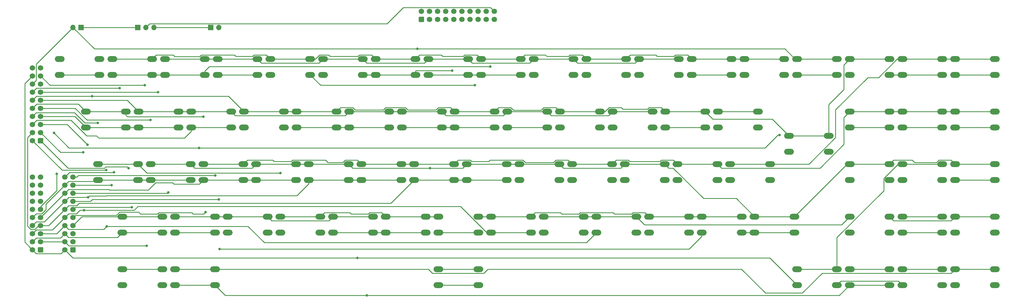
<source format=gtl>
G04 #@! TF.GenerationSoftware,KiCad,Pcbnew,(5.1.12)-1*
G04 #@! TF.CreationDate,2024-09-28T15:58:51+01:00*
G04 #@! TF.ProjectId,Keyboard,4b657962-6f61-4726-942e-6b696361645f,rev?*
G04 #@! TF.SameCoordinates,Original*
G04 #@! TF.FileFunction,Copper,L1,Top*
G04 #@! TF.FilePolarity,Positive*
%FSLAX46Y46*%
G04 Gerber Fmt 4.6, Leading zero omitted, Abs format (unit mm)*
G04 Created by KiCad (PCBNEW (5.1.12)-1) date 2024-09-28 15:58:51*
%MOMM*%
%LPD*%
G01*
G04 APERTURE LIST*
G04 #@! TA.AperFunction,ComponentPad*
%ADD10O,3.048000X1.850000*%
G04 #@! TD*
G04 #@! TA.AperFunction,ComponentPad*
%ADD11C,1.700000*%
G04 #@! TD*
G04 #@! TA.AperFunction,ComponentPad*
%ADD12O,1.700000X1.700000*%
G04 #@! TD*
G04 #@! TA.AperFunction,ComponentPad*
%ADD13R,1.700000X1.700000*%
G04 #@! TD*
G04 #@! TA.AperFunction,ViaPad*
%ADD14C,0.800000*%
G04 #@! TD*
G04 #@! TA.AperFunction,Conductor*
%ADD15C,0.250000*%
G04 #@! TD*
G04 APERTURE END LIST*
D10*
G04 #@! TO.P,SW59,2*
G04 #@! TO.N,Y8*
X108204000Y-110156000D03*
G04 #@! TO.P,SW59,1*
G04 #@! TO.N,X4*
X108204000Y-105156000D03*
G04 #@! TO.P,SW59,2*
G04 #@! TO.N,Y8*
X120704000Y-110156000D03*
G04 #@! TO.P,SW59,1*
G04 #@! TO.N,X4*
X120704000Y-105156000D03*
G04 #@! TD*
G04 #@! TO.P,SW22,2*
G04 #@! TO.N,Y3*
X268224000Y-143176000D03*
G04 #@! TO.P,SW22,1*
G04 #@! TO.N,X7*
X268224000Y-138176000D03*
G04 #@! TO.P,SW22,2*
G04 #@! TO.N,Y3*
X280724000Y-143176000D03*
G04 #@! TO.P,SW22,1*
G04 #@! TO.N,X7*
X280724000Y-138176000D03*
G04 #@! TD*
G04 #@! TO.P,SW121,2*
G04 #@! TO.N,Y3*
X284734000Y-143176000D03*
G04 #@! TO.P,SW121,1*
G04 #@! TO.N,X6*
X284734000Y-138176000D03*
G04 #@! TO.P,SW121,2*
G04 #@! TO.N,Y3*
X297234000Y-143176000D03*
G04 #@! TO.P,SW121,1*
G04 #@! TO.N,X6*
X297234000Y-138176000D03*
G04 #@! TD*
G04 #@! TO.P,SW79,2*
G04 #@! TO.N,Y10*
X298069000Y-93646000D03*
G04 #@! TO.P,SW79,1*
G04 #@! TO.N,X9*
X298069000Y-88646000D03*
G04 #@! TO.P,SW79,2*
G04 #@! TO.N,Y10*
X310569000Y-93646000D03*
G04 #@! TO.P,SW79,1*
G04 #@! TO.N,X9*
X310569000Y-88646000D03*
G04 #@! TD*
G04 #@! TO.P,SW71,2*
G04 #@! TO.N,Y9*
X103124000Y-143176000D03*
G04 #@! TO.P,SW71,1*
G04 #@! TO.N,X8*
X103124000Y-138176000D03*
G04 #@! TO.P,SW71,2*
G04 #@! TO.N,Y9*
X115624000Y-143176000D03*
G04 #@! TO.P,SW71,1*
G04 #@! TO.N,X8*
X115624000Y-138176000D03*
G04 #@! TD*
G04 #@! TO.P,SW70,2*
G04 #@! TO.N,Y9*
X78994000Y-126666000D03*
G04 #@! TO.P,SW70,1*
G04 #@! TO.N,X7*
X78994000Y-121666000D03*
G04 #@! TO.P,SW70,2*
G04 #@! TO.N,Y9*
X91494000Y-126666000D03*
G04 #@! TO.P,SW70,1*
G04 #@! TO.N,X7*
X91494000Y-121666000D03*
G04 #@! TD*
G04 #@! TO.P,SW69,2*
G04 #@! TO.N,Y9*
X95504000Y-126666000D03*
G04 #@! TO.P,SW69,1*
G04 #@! TO.N,X6*
X95504000Y-121666000D03*
G04 #@! TO.P,SW69,2*
G04 #@! TO.N,Y9*
X108004000Y-126666000D03*
G04 #@! TO.P,SW69,1*
G04 #@! TO.N,X6*
X108004000Y-121666000D03*
G04 #@! TD*
G04 #@! TO.P,SW68,2*
G04 #@! TO.N,Y9*
X75184000Y-110156000D03*
G04 #@! TO.P,SW68,1*
G04 #@! TO.N,X5*
X75184000Y-105156000D03*
G04 #@! TO.P,SW68,2*
G04 #@! TO.N,Y9*
X87684000Y-110156000D03*
G04 #@! TO.P,SW68,1*
G04 #@! TO.N,X5*
X87684000Y-105156000D03*
G04 #@! TD*
G04 #@! TO.P,SW67,2*
G04 #@! TO.N,Y9*
X91694000Y-110156000D03*
G04 #@! TO.P,SW67,1*
G04 #@! TO.N,X4*
X91694000Y-105156000D03*
G04 #@! TO.P,SW67,2*
G04 #@! TO.N,Y9*
X104194000Y-110156000D03*
G04 #@! TO.P,SW67,1*
G04 #@! TO.N,X4*
X104194000Y-105156000D03*
G04 #@! TD*
G04 #@! TO.P,SW66,2*
G04 #@! TO.N,Y9*
X66929000Y-93646000D03*
G04 #@! TO.P,SW66,1*
G04 #@! TO.N,X3*
X66929000Y-88646000D03*
G04 #@! TO.P,SW66,2*
G04 #@! TO.N,Y9*
X79429000Y-93646000D03*
G04 #@! TO.P,SW66,1*
G04 #@! TO.N,X3*
X79429000Y-88646000D03*
G04 #@! TD*
G04 #@! TO.P,SW65,2*
G04 #@! TO.N,Y9*
X99949000Y-93646000D03*
G04 #@! TO.P,SW65,1*
G04 #@! TO.N,X2*
X99949000Y-88646000D03*
G04 #@! TO.P,SW65,2*
G04 #@! TO.N,Y9*
X112449000Y-93646000D03*
G04 #@! TO.P,SW65,1*
G04 #@! TO.N,X2*
X112449000Y-88646000D03*
G04 #@! TD*
G04 #@! TO.P,SW64,2*
G04 #@! TO.N,Y9*
X83439000Y-93646000D03*
G04 #@! TO.P,SW64,1*
G04 #@! TO.N,X1*
X83439000Y-88646000D03*
G04 #@! TO.P,SW64,2*
G04 #@! TO.N,Y9*
X95939000Y-93646000D03*
G04 #@! TO.P,SW64,1*
G04 #@! TO.N,X1*
X95939000Y-88646000D03*
G04 #@! TD*
G04 #@! TO.P,SW63,2*
G04 #@! TO.N,Y8*
X119634000Y-143176000D03*
G04 #@! TO.P,SW63,1*
G04 #@! TO.N,X8*
X119634000Y-138176000D03*
G04 #@! TO.P,SW63,2*
G04 #@! TO.N,Y8*
X132134000Y-143176000D03*
G04 #@! TO.P,SW63,1*
G04 #@! TO.N,X8*
X132134000Y-138176000D03*
G04 #@! TD*
G04 #@! TO.P,SW62,2*
G04 #@! TO.N,Y8*
X136144000Y-143176000D03*
G04 #@! TO.P,SW62,1*
G04 #@! TO.N,X7*
X136144000Y-138176000D03*
G04 #@! TO.P,SW62,2*
G04 #@! TO.N,Y8*
X148644000Y-143176000D03*
G04 #@! TO.P,SW62,1*
G04 #@! TO.N,X7*
X148644000Y-138176000D03*
G04 #@! TD*
G04 #@! TO.P,SW61,2*
G04 #@! TO.N,Y8*
X128524000Y-126666000D03*
G04 #@! TO.P,SW61,1*
G04 #@! TO.N,X6*
X128524000Y-121666000D03*
G04 #@! TO.P,SW61,2*
G04 #@! TO.N,Y8*
X141024000Y-126666000D03*
G04 #@! TO.P,SW61,1*
G04 #@! TO.N,X6*
X141024000Y-121666000D03*
G04 #@! TD*
G04 #@! TO.P,SW60,2*
G04 #@! TO.N,Y8*
X112014000Y-126666000D03*
G04 #@! TO.P,SW60,1*
G04 #@! TO.N,X5*
X112014000Y-121666000D03*
G04 #@! TO.P,SW60,2*
G04 #@! TO.N,Y8*
X124514000Y-126666000D03*
G04 #@! TO.P,SW60,1*
G04 #@! TO.N,X5*
X124514000Y-121666000D03*
G04 #@! TD*
G04 #@! TO.P,SW58,2*
G04 #@! TO.N,Y8*
X124714000Y-110156000D03*
G04 #@! TO.P,SW58,1*
G04 #@! TO.N,X3*
X124714000Y-105156000D03*
G04 #@! TO.P,SW58,2*
G04 #@! TO.N,Y8*
X137214000Y-110156000D03*
G04 #@! TO.P,SW58,1*
G04 #@! TO.N,X3*
X137214000Y-105156000D03*
G04 #@! TD*
G04 #@! TO.P,SW57,2*
G04 #@! TO.N,Y8*
X116459000Y-93646000D03*
G04 #@! TO.P,SW57,1*
G04 #@! TO.N,X2*
X116459000Y-88646000D03*
G04 #@! TO.P,SW57,2*
G04 #@! TO.N,Y8*
X128959000Y-93646000D03*
G04 #@! TO.P,SW57,1*
G04 #@! TO.N,X2*
X128959000Y-88646000D03*
G04 #@! TD*
G04 #@! TO.P,SW56,2*
G04 #@! TO.N,Y8*
X132969000Y-93646000D03*
G04 #@! TO.P,SW56,1*
G04 #@! TO.N,X1*
X132969000Y-88646000D03*
G04 #@! TO.P,SW56,2*
G04 #@! TO.N,Y8*
X145469000Y-93646000D03*
G04 #@! TO.P,SW56,1*
G04 #@! TO.N,X1*
X145469000Y-88646000D03*
G04 #@! TD*
G04 #@! TO.P,SW55,2*
G04 #@! TO.N,Y7*
X152654000Y-143176000D03*
G04 #@! TO.P,SW55,1*
G04 #@! TO.N,X8*
X152654000Y-138176000D03*
G04 #@! TO.P,SW55,2*
G04 #@! TO.N,Y7*
X165154000Y-143176000D03*
G04 #@! TO.P,SW55,1*
G04 #@! TO.N,X8*
X165154000Y-138176000D03*
G04 #@! TD*
G04 #@! TO.P,SW54,2*
G04 #@! TO.N,Y7*
X169164000Y-143176000D03*
G04 #@! TO.P,SW54,1*
G04 #@! TO.N,X7*
X169164000Y-138176000D03*
G04 #@! TO.P,SW54,2*
G04 #@! TO.N,Y7*
X181664000Y-143176000D03*
G04 #@! TO.P,SW54,1*
G04 #@! TO.N,X7*
X181664000Y-138176000D03*
G04 #@! TD*
G04 #@! TO.P,SW53,2*
G04 #@! TO.N,Y7*
X145034000Y-126666000D03*
G04 #@! TO.P,SW53,1*
G04 #@! TO.N,X6*
X145034000Y-121666000D03*
G04 #@! TO.P,SW53,2*
G04 #@! TO.N,Y7*
X157534000Y-126666000D03*
G04 #@! TO.P,SW53,1*
G04 #@! TO.N,X6*
X157534000Y-121666000D03*
G04 #@! TD*
G04 #@! TO.P,SW52,2*
G04 #@! TO.N,Y7*
X161544000Y-126666000D03*
G04 #@! TO.P,SW52,1*
G04 #@! TO.N,X5*
X161544000Y-121666000D03*
G04 #@! TO.P,SW52,2*
G04 #@! TO.N,Y7*
X174044000Y-126666000D03*
G04 #@! TO.P,SW52,1*
G04 #@! TO.N,X5*
X174044000Y-121666000D03*
G04 #@! TD*
G04 #@! TO.P,SW51,2*
G04 #@! TO.N,Y7*
X157734000Y-110156000D03*
G04 #@! TO.P,SW51,1*
G04 #@! TO.N,X4*
X157734000Y-105156000D03*
G04 #@! TO.P,SW51,2*
G04 #@! TO.N,Y7*
X170234000Y-110156000D03*
G04 #@! TO.P,SW51,1*
G04 #@! TO.N,X4*
X170234000Y-105156000D03*
G04 #@! TD*
G04 #@! TO.P,SW50,2*
G04 #@! TO.N,Y7*
X141224000Y-110156000D03*
G04 #@! TO.P,SW50,1*
G04 #@! TO.N,X3*
X141224000Y-105156000D03*
G04 #@! TO.P,SW50,2*
G04 #@! TO.N,Y7*
X153724000Y-110156000D03*
G04 #@! TO.P,SW50,1*
G04 #@! TO.N,X3*
X153724000Y-105156000D03*
G04 #@! TD*
G04 #@! TO.P,SW49,2*
G04 #@! TO.N,Y7*
X149479000Y-93646000D03*
G04 #@! TO.P,SW49,1*
G04 #@! TO.N,X2*
X149479000Y-88646000D03*
G04 #@! TO.P,SW49,2*
G04 #@! TO.N,Y7*
X161979000Y-93646000D03*
G04 #@! TO.P,SW49,1*
G04 #@! TO.N,X2*
X161979000Y-88646000D03*
G04 #@! TD*
G04 #@! TO.P,SW48,2*
G04 #@! TO.N,Y7*
X165989000Y-93646000D03*
G04 #@! TO.P,SW48,1*
G04 #@! TO.N,X1*
X165989000Y-88646000D03*
G04 #@! TO.P,SW48,2*
G04 #@! TO.N,Y7*
X178489000Y-93646000D03*
G04 #@! TO.P,SW48,1*
G04 #@! TO.N,X1*
X178489000Y-88646000D03*
G04 #@! TD*
G04 #@! TO.P,SW47,2*
G04 #@! TO.N,Y6*
X185674000Y-159686000D03*
G04 #@! TO.P,SW47,1*
G04 #@! TO.N,X8*
X185674000Y-154686000D03*
G04 #@! TO.P,SW47,2*
G04 #@! TO.N,Y6*
X198174000Y-159686000D03*
G04 #@! TO.P,SW47,1*
G04 #@! TO.N,X8*
X198174000Y-154686000D03*
G04 #@! TD*
G04 #@! TO.P,SW46,2*
G04 #@! TO.N,Y6*
X185674000Y-143176000D03*
G04 #@! TO.P,SW46,1*
G04 #@! TO.N,X7*
X185674000Y-138176000D03*
G04 #@! TO.P,SW46,2*
G04 #@! TO.N,Y6*
X198174000Y-143176000D03*
G04 #@! TO.P,SW46,1*
G04 #@! TO.N,X7*
X198174000Y-138176000D03*
G04 #@! TD*
G04 #@! TO.P,SW45,2*
G04 #@! TO.N,Y6*
X194564000Y-126666000D03*
G04 #@! TO.P,SW45,1*
G04 #@! TO.N,X6*
X194564000Y-121666000D03*
G04 #@! TO.P,SW45,2*
G04 #@! TO.N,Y6*
X207064000Y-126666000D03*
G04 #@! TO.P,SW45,1*
G04 #@! TO.N,X6*
X207064000Y-121666000D03*
G04 #@! TD*
G04 #@! TO.P,SW44,2*
G04 #@! TO.N,Y6*
X178054000Y-126666000D03*
G04 #@! TO.P,SW44,1*
G04 #@! TO.N,X5*
X178054000Y-121666000D03*
G04 #@! TO.P,SW44,2*
G04 #@! TO.N,Y6*
X190554000Y-126666000D03*
G04 #@! TO.P,SW44,1*
G04 #@! TO.N,X5*
X190554000Y-121666000D03*
G04 #@! TD*
G04 #@! TO.P,SW43,2*
G04 #@! TO.N,Y6*
X174244000Y-110156000D03*
G04 #@! TO.P,SW43,1*
G04 #@! TO.N,X4*
X174244000Y-105156000D03*
G04 #@! TO.P,SW43,2*
G04 #@! TO.N,Y6*
X186744000Y-110156000D03*
G04 #@! TO.P,SW43,1*
G04 #@! TO.N,X4*
X186744000Y-105156000D03*
G04 #@! TD*
G04 #@! TO.P,SW42,2*
G04 #@! TO.N,Y6*
X190754000Y-110156000D03*
G04 #@! TO.P,SW42,1*
G04 #@! TO.N,X3*
X190754000Y-105156000D03*
G04 #@! TO.P,SW42,2*
G04 #@! TO.N,Y6*
X203254000Y-110156000D03*
G04 #@! TO.P,SW42,1*
G04 #@! TO.N,X3*
X203254000Y-105156000D03*
G04 #@! TD*
G04 #@! TO.P,SW41,2*
G04 #@! TO.N,Y6*
X182499000Y-93646000D03*
G04 #@! TO.P,SW41,1*
G04 #@! TO.N,X2*
X182499000Y-88646000D03*
G04 #@! TO.P,SW41,2*
G04 #@! TO.N,Y6*
X194999000Y-93646000D03*
G04 #@! TO.P,SW41,1*
G04 #@! TO.N,X2*
X194999000Y-88646000D03*
G04 #@! TD*
G04 #@! TO.P,SW40,2*
G04 #@! TO.N,Y6*
X199009000Y-93646000D03*
G04 #@! TO.P,SW40,1*
G04 #@! TO.N,X1*
X199009000Y-88646000D03*
G04 #@! TO.P,SW40,2*
G04 #@! TO.N,Y6*
X211509000Y-93646000D03*
G04 #@! TO.P,SW40,1*
G04 #@! TO.N,X1*
X211509000Y-88646000D03*
G04 #@! TD*
G04 #@! TO.P,SW39,2*
G04 #@! TO.N,Y5*
X218694000Y-143176000D03*
G04 #@! TO.P,SW39,1*
G04 #@! TO.N,X8*
X218694000Y-138176000D03*
G04 #@! TO.P,SW39,2*
G04 #@! TO.N,Y5*
X231194000Y-143176000D03*
G04 #@! TO.P,SW39,1*
G04 #@! TO.N,X8*
X231194000Y-138176000D03*
G04 #@! TD*
G04 #@! TO.P,SW38,2*
G04 #@! TO.N,Y5*
X202184000Y-143176000D03*
G04 #@! TO.P,SW38,1*
G04 #@! TO.N,X7*
X202184000Y-138176000D03*
G04 #@! TO.P,SW38,2*
G04 #@! TO.N,Y5*
X214684000Y-143176000D03*
G04 #@! TO.P,SW38,1*
G04 #@! TO.N,X7*
X214684000Y-138176000D03*
G04 #@! TD*
G04 #@! TO.P,SW37,2*
G04 #@! TO.N,Y5*
X211074000Y-126666000D03*
G04 #@! TO.P,SW37,1*
G04 #@! TO.N,X6*
X211074000Y-121666000D03*
G04 #@! TO.P,SW37,2*
G04 #@! TO.N,Y5*
X223574000Y-126666000D03*
G04 #@! TO.P,SW37,1*
G04 #@! TO.N,X6*
X223574000Y-121666000D03*
G04 #@! TD*
G04 #@! TO.P,SW36,2*
G04 #@! TO.N,Y5*
X227584000Y-126666000D03*
G04 #@! TO.P,SW36,1*
G04 #@! TO.N,X5*
X227584000Y-121666000D03*
G04 #@! TO.P,SW36,2*
G04 #@! TO.N,Y5*
X240084000Y-126666000D03*
G04 #@! TO.P,SW36,1*
G04 #@! TO.N,X5*
X240084000Y-121666000D03*
G04 #@! TD*
G04 #@! TO.P,SW35,2*
G04 #@! TO.N,Y5*
X207264000Y-110156000D03*
G04 #@! TO.P,SW35,1*
G04 #@! TO.N,X4*
X207264000Y-105156000D03*
G04 #@! TO.P,SW35,2*
G04 #@! TO.N,Y5*
X219764000Y-110156000D03*
G04 #@! TO.P,SW35,1*
G04 #@! TO.N,X4*
X219764000Y-105156000D03*
G04 #@! TD*
G04 #@! TO.P,SW34,2*
G04 #@! TO.N,Y5*
X223774000Y-110156000D03*
G04 #@! TO.P,SW34,1*
G04 #@! TO.N,X3*
X223774000Y-105156000D03*
G04 #@! TO.P,SW34,2*
G04 #@! TO.N,Y5*
X236274000Y-110156000D03*
G04 #@! TO.P,SW34,1*
G04 #@! TO.N,X3*
X236274000Y-105156000D03*
G04 #@! TD*
G04 #@! TO.P,SW33,2*
G04 #@! TO.N,Y5*
X215519000Y-93646000D03*
G04 #@! TO.P,SW33,1*
G04 #@! TO.N,X2*
X215519000Y-88646000D03*
G04 #@! TO.P,SW33,2*
G04 #@! TO.N,Y5*
X228019000Y-93646000D03*
G04 #@! TO.P,SW33,1*
G04 #@! TO.N,X2*
X228019000Y-88646000D03*
G04 #@! TD*
G04 #@! TO.P,SW32,2*
G04 #@! TO.N,Y5*
X232029000Y-93646000D03*
G04 #@! TO.P,SW32,1*
G04 #@! TO.N,X1*
X232029000Y-88646000D03*
G04 #@! TO.P,SW32,2*
G04 #@! TO.N,Y5*
X244529000Y-93646000D03*
G04 #@! TO.P,SW32,1*
G04 #@! TO.N,X1*
X244529000Y-88646000D03*
G04 #@! TD*
G04 #@! TO.P,SW31,2*
G04 #@! TO.N,Y4*
X235204000Y-143176000D03*
G04 #@! TO.P,SW31,1*
G04 #@! TO.N,X8*
X235204000Y-138176000D03*
G04 #@! TO.P,SW31,2*
G04 #@! TO.N,Y4*
X247704000Y-143176000D03*
G04 #@! TO.P,SW31,1*
G04 #@! TO.N,X8*
X247704000Y-138176000D03*
G04 #@! TD*
G04 #@! TO.P,SW30,2*
G04 #@! TO.N,Y4*
X251714000Y-143176000D03*
G04 #@! TO.P,SW30,1*
G04 #@! TO.N,X7*
X251714000Y-138176000D03*
G04 #@! TO.P,SW30,2*
G04 #@! TO.N,Y4*
X264214000Y-143176000D03*
G04 #@! TO.P,SW30,1*
G04 #@! TO.N,X7*
X264214000Y-138176000D03*
G04 #@! TD*
G04 #@! TO.P,SW29,2*
G04 #@! TO.N,Y4*
X244094000Y-126666000D03*
G04 #@! TO.P,SW29,1*
G04 #@! TO.N,X6*
X244094000Y-121666000D03*
G04 #@! TO.P,SW29,2*
G04 #@! TO.N,Y4*
X256594000Y-126666000D03*
G04 #@! TO.P,SW29,1*
G04 #@! TO.N,X6*
X256594000Y-121666000D03*
G04 #@! TD*
G04 #@! TO.P,SW28,2*
G04 #@! TO.N,Y4*
X260604000Y-126666000D03*
G04 #@! TO.P,SW28,1*
G04 #@! TO.N,X5*
X260604000Y-121666000D03*
G04 #@! TO.P,SW28,2*
G04 #@! TO.N,Y4*
X273104000Y-126666000D03*
G04 #@! TO.P,SW28,1*
G04 #@! TO.N,X5*
X273104000Y-121666000D03*
G04 #@! TD*
G04 #@! TO.P,SW27,2*
G04 #@! TO.N,Y4*
X240284000Y-110156000D03*
G04 #@! TO.P,SW27,1*
G04 #@! TO.N,X4*
X240284000Y-105156000D03*
G04 #@! TO.P,SW27,2*
G04 #@! TO.N,Y4*
X252784000Y-110156000D03*
G04 #@! TO.P,SW27,1*
G04 #@! TO.N,X4*
X252784000Y-105156000D03*
G04 #@! TD*
G04 #@! TO.P,SW26,2*
G04 #@! TO.N,Y4*
X256794000Y-110156000D03*
G04 #@! TO.P,SW26,1*
G04 #@! TO.N,X3*
X256794000Y-105156000D03*
G04 #@! TO.P,SW26,2*
G04 #@! TO.N,Y4*
X269294000Y-110156000D03*
G04 #@! TO.P,SW26,1*
G04 #@! TO.N,X3*
X269294000Y-105156000D03*
G04 #@! TD*
G04 #@! TO.P,SW25,2*
G04 #@! TO.N,Y4*
X248539000Y-93646000D03*
G04 #@! TO.P,SW25,1*
G04 #@! TO.N,X2*
X248539000Y-88646000D03*
G04 #@! TO.P,SW25,2*
G04 #@! TO.N,Y4*
X261039000Y-93646000D03*
G04 #@! TO.P,SW25,1*
G04 #@! TO.N,X2*
X261039000Y-88646000D03*
G04 #@! TD*
G04 #@! TO.P,SW24,2*
G04 #@! TO.N,Y4*
X265049000Y-93646000D03*
G04 #@! TO.P,SW24,1*
G04 #@! TO.N,X1*
X265049000Y-88646000D03*
G04 #@! TO.P,SW24,2*
G04 #@! TO.N,Y4*
X277549000Y-93646000D03*
G04 #@! TO.P,SW24,1*
G04 #@! TO.N,X1*
X277549000Y-88646000D03*
G04 #@! TD*
G04 #@! TO.P,SW23,2*
G04 #@! TO.N,Y3*
X86614000Y-159686000D03*
G04 #@! TO.P,SW23,1*
G04 #@! TO.N,X8*
X86614000Y-154686000D03*
G04 #@! TO.P,SW23,2*
G04 #@! TO.N,Y3*
X99114000Y-159686000D03*
G04 #@! TO.P,SW23,1*
G04 #@! TO.N,X8*
X99114000Y-154686000D03*
G04 #@! TD*
G04 #@! TO.P,SW21,2*
G04 #@! TO.N,Y3*
X86614000Y-143176000D03*
G04 #@! TO.P,SW21,1*
G04 #@! TO.N,X6*
X86614000Y-138176000D03*
G04 #@! TO.P,SW21,2*
G04 #@! TO.N,Y3*
X99114000Y-143176000D03*
G04 #@! TO.P,SW21,1*
G04 #@! TO.N,X6*
X99114000Y-138176000D03*
G04 #@! TD*
G04 #@! TO.P,SW20,2*
G04 #@! TO.N,Y3*
X314579000Y-110156000D03*
G04 #@! TO.P,SW20,1*
G04 #@! TO.N,X5*
X314579000Y-105156000D03*
G04 #@! TO.P,SW20,2*
G04 #@! TO.N,Y3*
X327079000Y-110156000D03*
G04 #@! TO.P,SW20,1*
G04 #@! TO.N,X5*
X327079000Y-105156000D03*
G04 #@! TD*
G04 #@! TO.P,SW19,2*
G04 #@! TO.N,Y3*
X277114000Y-126666000D03*
G04 #@! TO.P,SW19,1*
G04 #@! TO.N,X4*
X277114000Y-121666000D03*
G04 #@! TO.P,SW19,2*
G04 #@! TO.N,Y3*
X289614000Y-126666000D03*
G04 #@! TO.P,SW19,1*
G04 #@! TO.N,X4*
X289614000Y-121666000D03*
G04 #@! TD*
G04 #@! TO.P,SW18,2*
G04 #@! TO.N,Y3*
X295529000Y-117776000D03*
G04 #@! TO.P,SW18,1*
G04 #@! TO.N,X3*
X295529000Y-112776000D03*
G04 #@! TO.P,SW18,2*
G04 #@! TO.N,Y3*
X308029000Y-117776000D03*
G04 #@! TO.P,SW18,1*
G04 #@! TO.N,X3*
X308029000Y-112776000D03*
G04 #@! TD*
G04 #@! TO.P,SW17,2*
G04 #@! TO.N,Y3*
X273304000Y-110156000D03*
G04 #@! TO.P,SW17,1*
G04 #@! TO.N,X2*
X273304000Y-105156000D03*
G04 #@! TO.P,SW17,2*
G04 #@! TO.N,Y3*
X285804000Y-110156000D03*
G04 #@! TO.P,SW17,1*
G04 #@! TO.N,X2*
X285804000Y-105156000D03*
G04 #@! TD*
G04 #@! TO.P,SW16,2*
G04 #@! TO.N,Y3*
X281559000Y-93646000D03*
G04 #@! TO.P,SW16,1*
G04 #@! TO.N,X1*
X281559000Y-88646000D03*
G04 #@! TO.P,SW16,2*
G04 #@! TO.N,Y3*
X294059000Y-93646000D03*
G04 #@! TO.P,SW16,1*
G04 #@! TO.N,X1*
X294059000Y-88646000D03*
G04 #@! TD*
G04 #@! TO.P,SW15,2*
G04 #@! TO.N,Y2*
X314579000Y-143176000D03*
G04 #@! TO.P,SW15,1*
G04 #@! TO.N,X8*
X314579000Y-138176000D03*
G04 #@! TO.P,SW15,2*
G04 #@! TO.N,Y2*
X327079000Y-143176000D03*
G04 #@! TO.P,SW15,1*
G04 #@! TO.N,X8*
X327079000Y-138176000D03*
G04 #@! TD*
G04 #@! TO.P,SW14,2*
G04 #@! TO.N,Y2*
X331089000Y-126666000D03*
G04 #@! TO.P,SW14,1*
G04 #@! TO.N,X7*
X331089000Y-121666000D03*
G04 #@! TO.P,SW14,2*
G04 #@! TO.N,Y2*
X343589000Y-126666000D03*
G04 #@! TO.P,SW14,1*
G04 #@! TO.N,X7*
X343589000Y-121666000D03*
G04 #@! TD*
G04 #@! TO.P,SW13,2*
G04 #@! TO.N,Y2*
X314579000Y-126666000D03*
G04 #@! TO.P,SW13,1*
G04 #@! TO.N,X6*
X314579000Y-121666000D03*
G04 #@! TO.P,SW13,2*
G04 #@! TO.N,Y2*
X327079000Y-126666000D03*
G04 #@! TO.P,SW13,1*
G04 #@! TO.N,X6*
X327079000Y-121666000D03*
G04 #@! TD*
G04 #@! TO.P,SW12,2*
G04 #@! TO.N,Y2*
X331089000Y-110156000D03*
G04 #@! TO.P,SW12,1*
G04 #@! TO.N,X5*
X331089000Y-105156000D03*
G04 #@! TO.P,SW12,2*
G04 #@! TO.N,Y2*
X343589000Y-110156000D03*
G04 #@! TO.P,SW12,1*
G04 #@! TO.N,X5*
X343589000Y-105156000D03*
G04 #@! TD*
G04 #@! TO.P,SW11,2*
G04 #@! TO.N,Y2*
X331089000Y-93646000D03*
G04 #@! TO.P,SW11,1*
G04 #@! TO.N,X4*
X331089000Y-88646000D03*
G04 #@! TO.P,SW11,2*
G04 #@! TO.N,Y2*
X343589000Y-93646000D03*
G04 #@! TO.P,SW11,1*
G04 #@! TO.N,X4*
X343589000Y-88646000D03*
G04 #@! TD*
G04 #@! TO.P,SW10,2*
G04 #@! TO.N,Y2*
X314579000Y-93646000D03*
G04 #@! TO.P,SW10,1*
G04 #@! TO.N,X3*
X314579000Y-88646000D03*
G04 #@! TO.P,SW10,2*
G04 #@! TO.N,Y2*
X327079000Y-93646000D03*
G04 #@! TO.P,SW10,1*
G04 #@! TO.N,X3*
X327079000Y-88646000D03*
G04 #@! TD*
G04 #@! TO.P,SW9,2*
G04 #@! TO.N,Y2*
X103124000Y-159686000D03*
G04 #@! TO.P,SW9,1*
G04 #@! TO.N,X2*
X103124000Y-154686000D03*
G04 #@! TO.P,SW9,2*
G04 #@! TO.N,Y2*
X115624000Y-159686000D03*
G04 #@! TO.P,SW9,1*
G04 #@! TO.N,X2*
X115624000Y-154686000D03*
G04 #@! TD*
G04 #@! TO.P,SW8,2*
G04 #@! TO.N,Y2*
X314579000Y-159686000D03*
G04 #@! TO.P,SW8,1*
G04 #@! TO.N,X1*
X314579000Y-154686000D03*
G04 #@! TO.P,SW8,2*
G04 #@! TO.N,Y2*
X327079000Y-159686000D03*
G04 #@! TO.P,SW8,1*
G04 #@! TO.N,X1*
X327079000Y-154686000D03*
G04 #@! TD*
G04 #@! TO.P,SW7,2*
G04 #@! TO.N,Y1*
X347599000Y-143176000D03*
G04 #@! TO.P,SW7,1*
G04 #@! TO.N,X8*
X347599000Y-138176000D03*
G04 #@! TO.P,SW7,2*
G04 #@! TO.N,Y1*
X360099000Y-143176000D03*
G04 #@! TO.P,SW7,1*
G04 #@! TO.N,X8*
X360099000Y-138176000D03*
G04 #@! TD*
G04 #@! TO.P,SW6,2*
G04 #@! TO.N,Y1*
X298069000Y-159686000D03*
G04 #@! TO.P,SW6,1*
G04 #@! TO.N,X7*
X298069000Y-154686000D03*
G04 #@! TO.P,SW6,2*
G04 #@! TO.N,Y1*
X310569000Y-159686000D03*
G04 #@! TO.P,SW6,1*
G04 #@! TO.N,X7*
X310569000Y-154686000D03*
G04 #@! TD*
G04 #@! TO.P,SW5,2*
G04 #@! TO.N,Y1*
X347599000Y-126666000D03*
G04 #@! TO.P,SW5,1*
G04 #@! TO.N,X6*
X347599000Y-121666000D03*
G04 #@! TO.P,SW5,2*
G04 #@! TO.N,Y1*
X360099000Y-126666000D03*
G04 #@! TO.P,SW5,1*
G04 #@! TO.N,X6*
X360099000Y-121666000D03*
G04 #@! TD*
G04 #@! TO.P,SW4,2*
G04 #@! TO.N,Y1*
X347599000Y-110156000D03*
G04 #@! TO.P,SW4,1*
G04 #@! TO.N,X5*
X347599000Y-105156000D03*
G04 #@! TO.P,SW4,2*
G04 #@! TO.N,Y1*
X360099000Y-110156000D03*
G04 #@! TO.P,SW4,1*
G04 #@! TO.N,X5*
X360099000Y-105156000D03*
G04 #@! TD*
G04 #@! TO.P,SW3,2*
G04 #@! TO.N,Y1*
X347599000Y-93646000D03*
G04 #@! TO.P,SW3,1*
G04 #@! TO.N,X4*
X347599000Y-88646000D03*
G04 #@! TO.P,SW3,2*
G04 #@! TO.N,Y1*
X360099000Y-93646000D03*
G04 #@! TO.P,SW3,1*
G04 #@! TO.N,X4*
X360099000Y-88646000D03*
G04 #@! TD*
G04 #@! TO.P,SW2,2*
G04 #@! TO.N,Y1*
X331089000Y-159686000D03*
G04 #@! TO.P,SW2,1*
G04 #@! TO.N,X3*
X331089000Y-154686000D03*
G04 #@! TO.P,SW2,2*
G04 #@! TO.N,Y1*
X343589000Y-159686000D03*
G04 #@! TO.P,SW2,1*
G04 #@! TO.N,X3*
X343589000Y-154686000D03*
G04 #@! TD*
G04 #@! TO.P,SW1,2*
G04 #@! TO.N,Y1*
X347599000Y-159686000D03*
G04 #@! TO.P,SW1,1*
G04 #@! TO.N,X2*
X347599000Y-154686000D03*
G04 #@! TO.P,SW1,2*
G04 #@! TO.N,Y1*
X360099000Y-159686000D03*
G04 #@! TO.P,SW1,1*
G04 #@! TO.N,X2*
X360099000Y-154686000D03*
G04 #@! TD*
G04 #@! TO.P,SW0,2*
G04 #@! TO.N,Y1*
X331089000Y-143176000D03*
G04 #@! TO.P,SW0,1*
G04 #@! TO.N,X1*
X331089000Y-138176000D03*
G04 #@! TO.P,SW0,2*
G04 #@! TO.N,Y1*
X343589000Y-143176000D03*
G04 #@! TO.P,SW0,1*
G04 #@! TO.N,X1*
X343589000Y-138176000D03*
G04 #@! TD*
D11*
G04 #@! TO.P,J1,20*
G04 #@! TO.N,Net-(J1-Pad20)*
X68580000Y-125730000D03*
G04 #@! TO.P,J1,18*
G04 #@! TO.N,Y9*
X68580000Y-128270000D03*
G04 #@! TO.P,J1,16*
G04 #@! TO.N,Y8*
X68580000Y-130810000D03*
G04 #@! TO.P,J1,14*
G04 #@! TO.N,Y7*
X68580000Y-133350000D03*
G04 #@! TO.P,J1,12*
G04 #@! TO.N,Y6*
X68580000Y-135890000D03*
G04 #@! TO.P,J1,10*
G04 #@! TO.N,Y5*
X68580000Y-138430000D03*
G04 #@! TO.P,J1,8*
G04 #@! TO.N,Y4*
X68580000Y-140970000D03*
G04 #@! TO.P,J1,6*
G04 #@! TO.N,Y3*
X68580000Y-143510000D03*
G04 #@! TO.P,J1,4*
G04 #@! TO.N,Y2*
X68580000Y-146050000D03*
G04 #@! TO.P,J1,2*
G04 #@! TO.N,Y1*
X68580000Y-148590000D03*
G04 #@! TO.P,J1,19*
G04 #@! TO.N,Net-(J1-Pad19)*
X71120000Y-125730000D03*
G04 #@! TO.P,J1,17*
G04 #@! TO.N,X1*
X71120000Y-128270000D03*
G04 #@! TO.P,J1,15*
G04 #@! TO.N,X2*
X71120000Y-130810000D03*
G04 #@! TO.P,J1,13*
G04 #@! TO.N,X3*
X71120000Y-133350000D03*
G04 #@! TO.P,J1,11*
G04 #@! TO.N,X4*
X71120000Y-135890000D03*
G04 #@! TO.P,J1,9*
G04 #@! TO.N,X5*
X71120000Y-138430000D03*
G04 #@! TO.P,J1,7*
G04 #@! TO.N,X6*
X71120000Y-140970000D03*
G04 #@! TO.P,J1,5*
G04 #@! TO.N,X7*
X71120000Y-143510000D03*
G04 #@! TO.P,J1,3*
G04 #@! TO.N,X9*
X71120000Y-146050000D03*
G04 #@! TO.P,J1,1*
G04 #@! TO.N,Net-(J1-Pad1)*
G04 #@! TA.AperFunction,ComponentPad*
G36*
G01*
X71970000Y-147990000D02*
X71970000Y-149190000D01*
G75*
G02*
X71720000Y-149440000I-250000J0D01*
G01*
X70520000Y-149440000D01*
G75*
G02*
X70270000Y-149190000I0J250000D01*
G01*
X70270000Y-147990000D01*
G75*
G02*
X70520000Y-147740000I250000J0D01*
G01*
X71720000Y-147740000D01*
G75*
G02*
X71970000Y-147990000I0J-250000D01*
G01*
G37*
G04 #@! TD.AperFunction*
G04 #@! TD*
G04 #@! TO.P,J4,20*
G04 #@! TO.N,Net-(J4-Pad20)*
X58420000Y-91440000D03*
G04 #@! TO.P,J4,18*
G04 #@! TO.N,Y1*
X58420000Y-93980000D03*
G04 #@! TO.P,J4,16*
G04 #@! TO.N,X9*
X58420000Y-96520000D03*
G04 #@! TO.P,J4,14*
G04 #@! TO.N,X1*
X58420000Y-99060000D03*
G04 #@! TO.P,J4,12*
G04 #@! TO.N,X3*
X58420000Y-101600000D03*
G04 #@! TO.P,J4,10*
G04 #@! TO.N,X5*
X58420000Y-104140000D03*
G04 #@! TO.P,J4,8*
G04 #@! TO.N,X7*
X58420000Y-106680000D03*
G04 #@! TO.P,J4,6*
G04 #@! TO.N,Y8*
X58420000Y-109220000D03*
G04 #@! TO.P,J4,4*
G04 #@! TO.N,Y6*
X58420000Y-111760000D03*
G04 #@! TO.P,J4,2*
G04 #@! TO.N,Y4*
X58420000Y-114300000D03*
G04 #@! TO.P,J4,19*
G04 #@! TO.N,X8*
X60960000Y-91440000D03*
G04 #@! TO.P,J4,17*
G04 #@! TO.N,Y2*
X60960000Y-93980000D03*
G04 #@! TO.P,J4,15*
G04 #@! TO.N,Y10*
X60960000Y-96520000D03*
G04 #@! TO.P,J4,13*
G04 #@! TO.N,X2*
X60960000Y-99060000D03*
G04 #@! TO.P,J4,11*
G04 #@! TO.N,X4*
X60960000Y-101600000D03*
G04 #@! TO.P,J4,9*
G04 #@! TO.N,X6*
X60960000Y-104140000D03*
G04 #@! TO.P,J4,7*
G04 #@! TO.N,Y9*
X60960000Y-106680000D03*
G04 #@! TO.P,J4,5*
G04 #@! TO.N,Y7*
X60960000Y-109220000D03*
G04 #@! TO.P,J4,3*
G04 #@! TO.N,Y5*
X60960000Y-111760000D03*
G04 #@! TO.P,J4,1*
G04 #@! TO.N,Y3*
G04 #@! TA.AperFunction,ComponentPad*
G36*
G01*
X61810000Y-113700000D02*
X61810000Y-114900000D01*
G75*
G02*
X61560000Y-115150000I-250000J0D01*
G01*
X60360000Y-115150000D01*
G75*
G02*
X60110000Y-114900000I0J250000D01*
G01*
X60110000Y-113700000D01*
G75*
G02*
X60360000Y-113450000I250000J0D01*
G01*
X61560000Y-113450000D01*
G75*
G02*
X61810000Y-113700000I0J-250000D01*
G01*
G37*
G04 #@! TD.AperFunction*
G04 #@! TD*
G04 #@! TO.P,J3,20*
G04 #@! TO.N,X9*
X58420000Y-125730000D03*
G04 #@! TO.P,J3,18*
G04 #@! TO.N,X1*
X58420000Y-128270000D03*
G04 #@! TO.P,J3,16*
G04 #@! TO.N,X3*
X58420000Y-130810000D03*
G04 #@! TO.P,J3,14*
G04 #@! TO.N,X5*
X58420000Y-133350000D03*
G04 #@! TO.P,J3,12*
G04 #@! TO.N,X7*
X58420000Y-135890000D03*
G04 #@! TO.P,J3,10*
G04 #@! TO.N,Y9*
X58420000Y-138430000D03*
G04 #@! TO.P,J3,8*
G04 #@! TO.N,Y7*
X58420000Y-140970000D03*
G04 #@! TO.P,J3,6*
G04 #@! TO.N,Y5*
X58420000Y-143510000D03*
G04 #@! TO.P,J3,4*
G04 #@! TO.N,Y3*
X58420000Y-146050000D03*
G04 #@! TO.P,J3,2*
G04 #@! TO.N,Y1*
X58420000Y-148590000D03*
G04 #@! TO.P,J3,19*
G04 #@! TO.N,Y10*
X60960000Y-125730000D03*
G04 #@! TO.P,J3,17*
G04 #@! TO.N,X2*
X60960000Y-128270000D03*
G04 #@! TO.P,J3,15*
G04 #@! TO.N,X4*
X60960000Y-130810000D03*
G04 #@! TO.P,J3,13*
G04 #@! TO.N,X6*
X60960000Y-133350000D03*
G04 #@! TO.P,J3,11*
G04 #@! TO.N,X8*
X60960000Y-135890000D03*
G04 #@! TO.P,J3,9*
G04 #@! TO.N,Y8*
X60960000Y-138430000D03*
G04 #@! TO.P,J3,7*
G04 #@! TO.N,Y6*
X60960000Y-140970000D03*
G04 #@! TO.P,J3,5*
G04 #@! TO.N,Y4*
X60960000Y-143510000D03*
G04 #@! TO.P,J3,3*
G04 #@! TO.N,Y2*
X60960000Y-146050000D03*
G04 #@! TO.P,J3,1*
G04 #@! TO.N,Net-(J3-Pad1)*
G04 #@! TA.AperFunction,ComponentPad*
G36*
G01*
X61810000Y-147990000D02*
X61810000Y-149190000D01*
G75*
G02*
X61560000Y-149440000I-250000J0D01*
G01*
X60360000Y-149440000D01*
G75*
G02*
X60110000Y-149190000I0J250000D01*
G01*
X60110000Y-147990000D01*
G75*
G02*
X60360000Y-147740000I250000J0D01*
G01*
X61560000Y-147740000D01*
G75*
G02*
X61810000Y-147990000I0J-250000D01*
G01*
G37*
G04 #@! TD.AperFunction*
G04 #@! TD*
G04 #@! TO.P,J2,20*
G04 #@! TO.N,Net-(J1-Pad20)*
X203200000Y-73660000D03*
G04 #@! TO.P,J2,18*
G04 #@! TO.N,Y9*
X200660000Y-73660000D03*
G04 #@! TO.P,J2,16*
G04 #@! TO.N,Y8*
X198120000Y-73660000D03*
G04 #@! TO.P,J2,14*
G04 #@! TO.N,Y7*
X195580000Y-73660000D03*
G04 #@! TO.P,J2,12*
G04 #@! TO.N,Y6*
X193040000Y-73660000D03*
G04 #@! TO.P,J2,10*
G04 #@! TO.N,Y5*
X190500000Y-73660000D03*
G04 #@! TO.P,J2,8*
G04 #@! TO.N,Y4*
X187960000Y-73660000D03*
G04 #@! TO.P,J2,6*
G04 #@! TO.N,Y3*
X185420000Y-73660000D03*
G04 #@! TO.P,J2,4*
G04 #@! TO.N,Y2*
X182880000Y-73660000D03*
G04 #@! TO.P,J2,2*
G04 #@! TO.N,Y1*
X180340000Y-73660000D03*
G04 #@! TO.P,J2,19*
G04 #@! TO.N,Net-(J2-Pad19)*
X203200000Y-76200000D03*
G04 #@! TO.P,J2,17*
G04 #@! TO.N,X1*
X200660000Y-76200000D03*
G04 #@! TO.P,J2,15*
G04 #@! TO.N,X2*
X198120000Y-76200000D03*
G04 #@! TO.P,J2,13*
G04 #@! TO.N,X3*
X195580000Y-76200000D03*
G04 #@! TO.P,J2,11*
G04 #@! TO.N,X4*
X193040000Y-76200000D03*
G04 #@! TO.P,J2,9*
G04 #@! TO.N,X5*
X190500000Y-76200000D03*
G04 #@! TO.P,J2,7*
G04 #@! TO.N,X6*
X187960000Y-76200000D03*
G04 #@! TO.P,J2,5*
G04 #@! TO.N,X7*
X185420000Y-76200000D03*
G04 #@! TO.P,J2,3*
G04 #@! TO.N,X9*
X182880000Y-76200000D03*
G04 #@! TO.P,J2,1*
G04 #@! TO.N,Net-(J2-Pad1)*
G04 #@! TA.AperFunction,ComponentPad*
G36*
G01*
X180940000Y-77050000D02*
X179740000Y-77050000D01*
G75*
G02*
X179490000Y-76800000I0J250000D01*
G01*
X179490000Y-75600000D01*
G75*
G02*
X179740000Y-75350000I250000J0D01*
G01*
X180940000Y-75350000D01*
G75*
G02*
X181190000Y-75600000I0J-250000D01*
G01*
X181190000Y-76800000D01*
G75*
G02*
X180940000Y-77050000I-250000J0D01*
G01*
G37*
G04 #@! TD.AperFunction*
G04 #@! TD*
D12*
G04 #@! TO.P,JP2,2*
G04 #@! TO.N,Net-(J1-Pad19)*
X116840000Y-78740000D03*
D13*
G04 #@! TO.P,JP2,1*
G04 #@! TO.N,Y10*
X114300000Y-78740000D03*
G04 #@! TD*
D12*
G04 #@! TO.P,JP1,3*
G04 #@! TO.N,Y10*
X96520000Y-78740000D03*
G04 #@! TO.P,JP1,2*
G04 #@! TO.N,Net-(J1-Pad20)*
X93980000Y-78740000D03*
D13*
G04 #@! TO.P,JP1,1*
G04 #@! TO.N,X8*
X91440000Y-78740000D03*
G04 #@! TD*
D12*
G04 #@! TO.P,JP3,2*
G04 #@! TO.N,X9*
X71120000Y-78740000D03*
D13*
G04 #@! TO.P,JP3,1*
G04 #@! TO.N,X8*
X73660000Y-78740000D03*
G04 #@! TD*
D14*
G04 #@! TO.N,Y10*
X292608000Y-112522000D03*
X110617000Y-116586000D03*
X65151000Y-111887000D03*
G04 #@! TO.N,Y9*
X201930000Y-91059000D03*
G04 #@! TO.N,Y8*
X197104000Y-96900998D03*
G04 #@! TO.N,Y7*
X189992000Y-92329000D03*
X75819000Y-132080000D03*
X75692000Y-115570000D03*
G04 #@! TO.N,Y5*
X74549002Y-136143998D03*
X74295000Y-117983000D03*
G04 #@! TO.N,Y4*
X81661004Y-141224000D03*
X81534000Y-123571000D03*
G04 #@! TO.N,Y3*
X117093998Y-148336000D03*
X88519000Y-122936000D03*
G04 #@! TO.N,Y2*
X93599000Y-96900998D03*
X94234000Y-147320000D03*
X163195000Y-162941000D03*
G04 #@! TO.N,X9*
X179070000Y-85471000D03*
G04 #@! TO.N,X8*
X66040000Y-124714000D03*
G04 #@! TO.N,X7*
X136144000Y-124460000D03*
X78866998Y-108712000D03*
G04 #@! TO.N,X6*
X95377000Y-107823000D03*
X183026992Y-122916010D03*
G04 #@! TO.N,X5*
X112014000Y-106807000D03*
X112648998Y-136779000D03*
G04 #@! TO.N,X4*
X89535000Y-135255000D03*
G04 #@! TO.N,X3*
X77089000Y-100329998D03*
X116776500Y-132778500D03*
G04 #@! TO.N,X2*
X97789996Y-99060000D03*
X100965000Y-130556000D03*
G04 #@! TO.N,X1*
X85725000Y-97790000D03*
X83185000Y-128270002D03*
G04 #@! TO.N,Y1*
X160274000Y-151130000D03*
G04 #@! TO.N,Net-(J1-Pad20)*
X83947000Y-124206000D03*
G04 #@! TO.N,Net-(J1-Pad19)*
X115697000Y-125222000D03*
G04 #@! TD*
D15*
G04 #@! TO.N,Y10*
X298069000Y-93646000D02*
X310569000Y-93646000D01*
X287978315Y-116586000D02*
X292042315Y-112522000D01*
X292042315Y-112522000D02*
X292608000Y-112522000D01*
X212090000Y-116586000D02*
X287978315Y-116586000D01*
X114300000Y-78740000D02*
X96520000Y-78740000D01*
X110617000Y-116586000D02*
X212090000Y-116586000D01*
X110617000Y-116586000D02*
X69850000Y-116586000D01*
X69850000Y-116586000D02*
X65151000Y-111887000D01*
G04 #@! TO.N,Y9*
X108004000Y-126666000D02*
X95504000Y-126666000D01*
X78565001Y-127094999D02*
X78994000Y-126666000D01*
X68580000Y-128270000D02*
X69755001Y-127094999D01*
X95504000Y-126666000D02*
X91494000Y-126666000D01*
X71708000Y-106680000D02*
X75184000Y-110156000D01*
X60960000Y-106680000D02*
X71708000Y-106680000D01*
X91694000Y-110156000D02*
X104194000Y-110156000D01*
X66929000Y-93646000D02*
X79429000Y-93646000D01*
X95939000Y-93646000D02*
X83439000Y-93646000D01*
X99949000Y-93646000D02*
X112449000Y-93646000D01*
X91694000Y-110156000D02*
X87684000Y-110156000D01*
X69755001Y-127094999D02*
X78565001Y-127094999D01*
X99949000Y-93646000D02*
X95939000Y-93646000D01*
X115624000Y-143176000D02*
X103124000Y-143176000D01*
X75184000Y-110156000D02*
X87684000Y-110156000D01*
X112449000Y-93646000D02*
X112449000Y-92471000D01*
X113861000Y-91059000D02*
X201930000Y-91059000D01*
X112449000Y-92471000D02*
X113861000Y-91059000D01*
X91494000Y-126666000D02*
X78994000Y-126666000D01*
X62611000Y-135978002D02*
X62611000Y-134239000D01*
X61334003Y-137254999D02*
X62611000Y-135978002D01*
X59595001Y-137254999D02*
X61334003Y-137254999D01*
X58420000Y-138430000D02*
X59595001Y-137254999D01*
X68580000Y-128270000D02*
X62611000Y-134239000D01*
G04 #@! TO.N,Y8*
X112014000Y-126666000D02*
X141024000Y-126666000D01*
X120704000Y-110156000D02*
X108204000Y-110156000D01*
X60960000Y-138430000D02*
X68580000Y-130810000D01*
X68580000Y-130810000D02*
X69755001Y-129634999D01*
X112014000Y-126666000D02*
X124514000Y-126666000D01*
X148723998Y-96900998D02*
X145469000Y-93646000D01*
X197104000Y-96900998D02*
X148723998Y-96900998D01*
X82534003Y-129841001D02*
X82328001Y-129634999D01*
X94695780Y-129841001D02*
X82534003Y-129841001D01*
X97045782Y-127490999D02*
X94695780Y-129841001D01*
X110763990Y-127916010D02*
X102743012Y-127916010D01*
X112014000Y-126666000D02*
X110763990Y-127916010D01*
X102318001Y-127490999D02*
X97045782Y-127490999D01*
X102743012Y-127916010D02*
X102318001Y-127490999D01*
X69755001Y-129634999D02*
X82328001Y-129634999D01*
X108204000Y-111331000D02*
X106033999Y-113501001D01*
X108204000Y-110156000D02*
X108204000Y-111331000D01*
X78484792Y-112774792D02*
X79211001Y-113501001D01*
X75436011Y-112774792D02*
X78484792Y-112774792D01*
X70516220Y-107855001D02*
X75436011Y-112774792D01*
X59784999Y-107855001D02*
X70516220Y-107855001D01*
X58420000Y-109220000D02*
X59784999Y-107855001D01*
X106033999Y-113501001D02*
X79211001Y-113501001D01*
X128959000Y-93646000D02*
X116459000Y-93646000D01*
G04 #@! TO.N,Y7*
X145034000Y-126666000D02*
X174044000Y-126666000D01*
X181664000Y-143176000D02*
X169164000Y-143176000D01*
X62135001Y-139794999D02*
X68580000Y-133350000D01*
X59595001Y-139794999D02*
X62135001Y-139794999D01*
X58420000Y-140970000D02*
X59595001Y-139794999D01*
X178489000Y-93646000D02*
X165989000Y-93646000D01*
X174044000Y-126666000D02*
X161544000Y-126666000D01*
X170234000Y-110156000D02*
X157734000Y-110156000D01*
X157734000Y-110156000D02*
X153724000Y-110156000D01*
X153724000Y-110156000D02*
X141224000Y-110156000D01*
X169164000Y-143176000D02*
X165154000Y-143176000D01*
X165154000Y-143176000D02*
X152654000Y-143176000D01*
X165989000Y-93646000D02*
X161979000Y-93646000D01*
X68580000Y-133350000D02*
X69850000Y-132080000D01*
X178489000Y-93646000D02*
X178489000Y-92471000D01*
X178631000Y-92329000D02*
X189992000Y-92329000D01*
X178489000Y-92471000D02*
X178631000Y-92329000D01*
X69850000Y-132080000D02*
X75819000Y-132080000D01*
X76218999Y-131680001D02*
X75819000Y-132080000D01*
X81624002Y-131608998D02*
X81552999Y-131680001D01*
X141266002Y-131608998D02*
X81624002Y-131608998D01*
X81552999Y-131680001D02*
X76218999Y-131680001D01*
X145034000Y-127841000D02*
X141266002Y-131608998D01*
X145034000Y-126666000D02*
X145034000Y-127841000D01*
X60960000Y-109220000D02*
X69342000Y-109220000D01*
X69342000Y-109220000D02*
X75692000Y-115570000D01*
G04 #@! TO.N,Y6*
X178054000Y-126666000D02*
X194564000Y-126666000D01*
X63500000Y-140970000D02*
X68580000Y-135890000D01*
X60960000Y-140970000D02*
X63500000Y-140970000D01*
X211509000Y-93646000D02*
X199009000Y-93646000D01*
X199009000Y-93646000D02*
X194999000Y-93646000D01*
X194999000Y-93646000D02*
X182499000Y-93646000D01*
X203254000Y-110156000D02*
X190754000Y-110156000D01*
X190754000Y-110156000D02*
X186744000Y-110156000D01*
X186744000Y-110156000D02*
X174244000Y-110156000D01*
X207064000Y-126666000D02*
X194564000Y-126666000D01*
X190554000Y-126666000D02*
X178054000Y-126666000D01*
X198174000Y-143176000D02*
X185674000Y-143176000D01*
X198174000Y-159686000D02*
X185674000Y-159686000D01*
X69755001Y-134714999D02*
X68580000Y-135890000D01*
X72295001Y-134714999D02*
X69755001Y-134714999D01*
X73025000Y-133985000D02*
X72295001Y-134714999D01*
X170735000Y-133985000D02*
X73025000Y-133985000D01*
X178054000Y-126666000D02*
X170735000Y-133985000D01*
X60323590Y-140970000D02*
X60960000Y-140970000D01*
X59148589Y-142145001D02*
X60323590Y-140970000D01*
X57855999Y-142145001D02*
X59148589Y-142145001D01*
X56896000Y-141185002D02*
X57855999Y-142145001D01*
X56896000Y-113284000D02*
X56896000Y-141185002D01*
X58420000Y-111760000D02*
X56896000Y-113284000D01*
G04 #@! TO.N,Y5*
X202184000Y-143176000D02*
X214684000Y-143176000D01*
X64675001Y-142334999D02*
X59595001Y-142334999D01*
X59595001Y-142334999D02*
X58420000Y-143510000D01*
X68580000Y-138430000D02*
X64675001Y-142334999D01*
X207264000Y-110156000D02*
X219764000Y-110156000D01*
X68580000Y-138430000D02*
X69755001Y-137254999D01*
X73279002Y-136143998D02*
X72168001Y-137254999D01*
X69755001Y-137254999D02*
X72168001Y-137254999D01*
X74549002Y-136143998D02*
X73279002Y-136143998D01*
X90297002Y-136143998D02*
X74549002Y-136143998D01*
X91440000Y-135001000D02*
X90297002Y-136143998D01*
X192632219Y-135001000D02*
X91440000Y-135001000D01*
X200807219Y-143176000D02*
X192632219Y-135001000D01*
X202184000Y-143176000D02*
X200807219Y-143176000D01*
X60960000Y-111760000D02*
X67183000Y-117983000D01*
X67183000Y-117983000D02*
X74295000Y-117983000D01*
G04 #@! TO.N,Y4*
X269294000Y-110156000D02*
X256794000Y-110156000D01*
X277549000Y-93646000D02*
X265049000Y-93646000D01*
X66040000Y-143510000D02*
X68580000Y-140970000D01*
X60960000Y-143510000D02*
X66040000Y-143510000D01*
X68580000Y-140970000D02*
X69755001Y-142145001D01*
X80740003Y-142145001D02*
X81661004Y-141224000D01*
X69755001Y-142145001D02*
X80740003Y-142145001D01*
X235204000Y-143176000D02*
X232028999Y-146351001D01*
X232028999Y-146351001D02*
X131111001Y-146351001D01*
X131111001Y-146351001D02*
X125984000Y-141224000D01*
X125984000Y-141224000D02*
X81661004Y-141224000D01*
X58420000Y-114300000D02*
X67691000Y-123571000D01*
X67691000Y-123571000D02*
X81534000Y-123571000D01*
G04 #@! TO.N,Y3*
X327079000Y-110156000D02*
X314579000Y-110156000D01*
X284734000Y-143176000D02*
X280724000Y-143176000D01*
X297234000Y-143176000D02*
X294466000Y-143176000D01*
X294466000Y-143176000D02*
X284734000Y-143176000D01*
X86614000Y-143176000D02*
X99114000Y-143176000D01*
X69755001Y-144685001D02*
X68580000Y-143510000D01*
X85104999Y-144685001D02*
X69755001Y-144685001D01*
X86614000Y-143176000D02*
X85104999Y-144685001D01*
X59595001Y-144874999D02*
X58420000Y-146050000D01*
X67215001Y-144874999D02*
X59595001Y-144874999D01*
X68580000Y-143510000D02*
X67215001Y-144874999D01*
X264239000Y-148336000D02*
X117093998Y-148336000D01*
X268224000Y-143176000D02*
X268224000Y-144351000D01*
X268224000Y-144351000D02*
X264239000Y-148336000D01*
X88119001Y-122536001D02*
X88519000Y-122936000D01*
X80968996Y-122936000D02*
X81368995Y-122536001D01*
X69596000Y-122936000D02*
X80968996Y-122936000D01*
X81368995Y-122536001D02*
X88119001Y-122536001D01*
X60960000Y-114300000D02*
X69596000Y-122936000D01*
G04 #@! TO.N,Y2*
X327079000Y-93646000D02*
X331089000Y-93646000D01*
X331089000Y-93646000D02*
X343589000Y-93646000D01*
X103124000Y-159686000D02*
X115624000Y-159686000D01*
X343589000Y-110156000D02*
X331089000Y-110156000D01*
X68580000Y-146050000D02*
X60960000Y-146050000D01*
X60960000Y-93980000D02*
X60833000Y-94107000D01*
X63880998Y-96900998D02*
X60960000Y-93980000D01*
X93599000Y-96900998D02*
X63880998Y-96900998D01*
X69850000Y-147320000D02*
X94234000Y-147320000D01*
X68580000Y-146050000D02*
X69850000Y-147320000D01*
X311324000Y-162941000D02*
X163195000Y-162941000D01*
X314579000Y-159686000D02*
X311324000Y-162941000D01*
X314579000Y-159686000D02*
X327079000Y-159686000D01*
X118879000Y-162941000D02*
X115624000Y-159686000D01*
X163195000Y-162941000D02*
X118879000Y-162941000D01*
G04 #@! TO.N,X9*
X310569000Y-88646000D02*
X298069000Y-88646000D01*
X294257590Y-85471000D02*
X297750795Y-88964205D01*
X58420000Y-96520000D02*
X59595001Y-95344999D01*
X59595001Y-90264999D02*
X59595001Y-91980001D01*
X71120000Y-78740000D02*
X59595001Y-90264999D01*
X59595001Y-95344999D02*
X59595001Y-91980001D01*
X77851000Y-85471000D02*
X80391000Y-85471000D01*
X71120000Y-78740000D02*
X77851000Y-85471000D01*
X179070000Y-85471000D02*
X294257590Y-85471000D01*
X80391000Y-85471000D02*
X179070000Y-85471000D01*
G04 #@! TO.N,X8*
X360099000Y-138176000D02*
X347599000Y-138176000D01*
X247704000Y-138176000D02*
X235204000Y-138176000D01*
X231194000Y-138176000D02*
X218694000Y-138176000D01*
X165154000Y-138176000D02*
X152654000Y-138176000D01*
X132134000Y-138176000D02*
X103124000Y-138176000D01*
X231194000Y-138176000D02*
X235204000Y-138176000D01*
X346348990Y-139426010D02*
X347599000Y-138176000D01*
X328329010Y-139426010D02*
X346348990Y-139426010D01*
X327079000Y-138176000D02*
X328329010Y-139426010D01*
X151403990Y-139426010D02*
X152654000Y-138176000D01*
X133384010Y-139426010D02*
X151403990Y-139426010D01*
X132134000Y-138176000D02*
X133384010Y-139426010D01*
X186944000Y-154686000D02*
X199444000Y-154686000D01*
X312039000Y-140716000D02*
X314579000Y-138176000D01*
X250244000Y-140716000D02*
X254508000Y-140716000D01*
X247704000Y-138176000D02*
X250244000Y-140716000D01*
X254508000Y-140716000D02*
X312039000Y-140716000D01*
X99114000Y-154686000D02*
X86614000Y-154686000D01*
X60960000Y-91440000D02*
X61087000Y-91567000D01*
X61087000Y-91567000D02*
X61341000Y-91821000D01*
X91440000Y-78740000D02*
X73660000Y-78740000D01*
X60960000Y-135890000D02*
X60960000Y-135089002D01*
X60960000Y-135089002D02*
X66040000Y-130009002D01*
X66040000Y-130009002D02*
X66040000Y-124714000D01*
G04 #@! TO.N,X7*
X310569000Y-154686000D02*
X298069000Y-154686000D01*
X264214000Y-138176000D02*
X251714000Y-138176000D01*
X264214000Y-138176000D02*
X268224000Y-138176000D01*
X214684000Y-138176000D02*
X202184000Y-138176000D01*
X91494000Y-121666000D02*
X78994000Y-121666000D01*
X148644000Y-138176000D02*
X136144000Y-138176000D01*
X343589000Y-121666000D02*
X331089000Y-121666000D01*
X202184000Y-138176000D02*
X198174000Y-138176000D01*
X280724000Y-138176000D02*
X268224000Y-138176000D01*
X185674000Y-138176000D02*
X181664000Y-138176000D01*
X181664000Y-138176000D02*
X169164000Y-138176000D01*
X91494000Y-121666000D02*
X94288000Y-124460000D01*
X94288000Y-124460000D02*
X136144000Y-124460000D01*
X58420000Y-106680000D02*
X59595001Y-105504999D01*
X59595001Y-105504999D02*
X71595999Y-105504999D01*
X71595999Y-105504999D02*
X74803000Y-108712000D01*
X74803000Y-108712000D02*
X78866998Y-108712000D01*
X164037229Y-136925990D02*
X167913990Y-136925990D01*
X167913990Y-136925990D02*
X169164000Y-138176000D01*
X163612218Y-137351001D02*
X164037229Y-136925990D01*
X158339999Y-137351001D02*
X163612218Y-137351001D01*
X157914988Y-136925990D02*
X158339999Y-137351001D01*
X149894010Y-136925990D02*
X157914988Y-136925990D01*
X148644000Y-138176000D02*
X149894010Y-136925990D01*
X250463990Y-136925990D02*
X251714000Y-138176000D01*
X246587229Y-136925990D02*
X250463990Y-136925990D01*
X246162218Y-137351001D02*
X246587229Y-136925990D01*
X240464988Y-136925990D02*
X240889999Y-137351001D01*
X229652218Y-137351001D02*
X230077229Y-136925990D01*
X224379999Y-137351001D02*
X229652218Y-137351001D01*
X223954988Y-136925990D02*
X224379999Y-137351001D01*
X240889999Y-137351001D02*
X246162218Y-137351001D01*
X230077229Y-136925990D02*
X240464988Y-136925990D01*
X215934010Y-136925990D02*
X223954988Y-136925990D01*
X214684000Y-138176000D02*
X215934010Y-136925990D01*
X329712219Y-121666000D02*
X331089000Y-121666000D01*
X325229990Y-126148229D02*
X329712219Y-121666000D01*
X325229990Y-130036008D02*
X325229990Y-126148229D01*
X310569000Y-144696998D02*
X325229990Y-130036008D01*
X310569000Y-154686000D02*
X310569000Y-144696998D01*
G04 #@! TO.N,X6*
X360099000Y-121666000D02*
X347599000Y-121666000D01*
X327079000Y-121666000D02*
X314579000Y-121666000D01*
X297234000Y-138176000D02*
X284734000Y-138176000D01*
X256594000Y-121666000D02*
X244094000Y-121666000D01*
X223574000Y-121666000D02*
X211074000Y-121666000D01*
X207064000Y-121666000D02*
X194564000Y-121666000D01*
X157534000Y-121666000D02*
X128524000Y-121666000D01*
X108004000Y-121666000D02*
X95504000Y-121666000D01*
X224824010Y-122916010D02*
X223574000Y-121666000D01*
X242843990Y-122916010D02*
X224824010Y-122916010D01*
X244094000Y-121666000D02*
X242843990Y-122916010D01*
X109254010Y-122916010D02*
X108004000Y-121666000D01*
X127273990Y-122916010D02*
X109254010Y-122916010D01*
X128524000Y-121666000D02*
X127273990Y-122916010D01*
X313744000Y-121666000D02*
X297234000Y-138176000D01*
X314579000Y-121666000D02*
X313744000Y-121666000D01*
X211074000Y-121666000D02*
X207064000Y-121666000D01*
X73914000Y-138176000D02*
X86614000Y-138176000D01*
X71120000Y-140970000D02*
X73914000Y-138176000D01*
X86614000Y-138176000D02*
X99114000Y-138176000D01*
X60960000Y-104140000D02*
X71801220Y-104140000D01*
X71801220Y-104140000D02*
X75484220Y-107823000D01*
X75484220Y-107823000D02*
X95377000Y-107823000D01*
X342472229Y-120415990D02*
X346348990Y-120415990D01*
X346348990Y-120415990D02*
X347599000Y-121666000D01*
X341739990Y-121148229D02*
X342472229Y-120415990D01*
X334889229Y-121148229D02*
X341739990Y-121148229D01*
X334156990Y-120415990D02*
X334889229Y-121148229D01*
X328329010Y-120415990D02*
X334156990Y-120415990D01*
X327079000Y-121666000D02*
X328329010Y-120415990D01*
X257844010Y-122916010D02*
X256594000Y-121666000D01*
X259220791Y-122916010D02*
X257844010Y-122916010D01*
X268765780Y-132461000D02*
X259220791Y-122916010D01*
X279019000Y-132461000D02*
X268765780Y-132461000D01*
X284734000Y-138176000D02*
X279019000Y-132461000D01*
X158784010Y-122916010D02*
X183026992Y-122916010D01*
X194564000Y-121666000D02*
X193313990Y-122916010D01*
X157534000Y-121666000D02*
X158784010Y-122916010D01*
X193313990Y-122916010D02*
X183026992Y-122916010D01*
G04 #@! TO.N,X5*
X360099000Y-105156000D02*
X347599000Y-105156000D01*
X347599000Y-105156000D02*
X343589000Y-105156000D01*
X343589000Y-105156000D02*
X331089000Y-105156000D01*
X331089000Y-105156000D02*
X327079000Y-105156000D01*
X327079000Y-105156000D02*
X314579000Y-105156000D01*
X273104000Y-121666000D02*
X260604000Y-121666000D01*
X240084000Y-121666000D02*
X227584000Y-121666000D01*
X190554000Y-121666000D02*
X178054000Y-121666000D01*
X178054000Y-121666000D02*
X174044000Y-121666000D01*
X174044000Y-121666000D02*
X161544000Y-121666000D01*
X124514000Y-121666000D02*
X112014000Y-121666000D01*
X274354010Y-122916010D02*
X273104000Y-121666000D01*
X305255771Y-122916010D02*
X274354010Y-122916010D01*
X312729990Y-115441791D02*
X305255771Y-122916010D01*
X312729990Y-107005010D02*
X312729990Y-115441791D01*
X314579000Y-105156000D02*
X312729990Y-107005010D01*
X87684000Y-105156000D02*
X75184000Y-105156000D01*
X87684000Y-105156000D02*
X87684000Y-106331000D01*
X87684000Y-106331000D02*
X88160000Y-106807000D01*
X88160000Y-106807000D02*
X112014000Y-106807000D01*
X72803001Y-102775001D02*
X75184000Y-105156000D01*
X59784999Y-102775001D02*
X72803001Y-102775001D01*
X58420000Y-104140000D02*
X59784999Y-102775001D01*
X255477229Y-120415990D02*
X259353990Y-120415990D01*
X255052218Y-120841001D02*
X255477229Y-120415990D01*
X245635782Y-120841001D02*
X255052218Y-120841001D01*
X245210771Y-120415990D02*
X245635782Y-120841001D01*
X259353990Y-120415990D02*
X260604000Y-121666000D01*
X241334010Y-120415990D02*
X245210771Y-120415990D01*
X240084000Y-121666000D02*
X241334010Y-120415990D01*
X112076997Y-137351001D02*
X112648998Y-136779000D01*
X108809999Y-137351001D02*
X112076997Y-137351001D01*
X97997229Y-136925990D02*
X108384988Y-136925990D01*
X97572218Y-137351001D02*
X97997229Y-136925990D01*
X92299999Y-137351001D02*
X97572218Y-137351001D01*
X91727998Y-136779000D02*
X92299999Y-137351001D01*
X108384988Y-136925990D02*
X108809999Y-137351001D01*
X85644219Y-136779000D02*
X91727998Y-136779000D01*
X84697229Y-137725990D02*
X85644219Y-136779000D01*
X71824010Y-137725990D02*
X84697229Y-137725990D01*
X71120000Y-138430000D02*
X71824010Y-137725990D01*
X196105782Y-120841001D02*
X195680771Y-120415990D01*
X201378001Y-120841001D02*
X196105782Y-120841001D01*
X201803012Y-120415990D02*
X201378001Y-120841001D01*
X212190771Y-120415990D02*
X201803012Y-120415990D01*
X212923010Y-121148229D02*
X212190771Y-120415990D01*
X221724990Y-121148229D02*
X212923010Y-121148229D01*
X222457229Y-120415990D02*
X221724990Y-121148229D01*
X191804010Y-120415990D02*
X190554000Y-121666000D01*
X226333990Y-120415990D02*
X222457229Y-120415990D01*
X195680771Y-120415990D02*
X191804010Y-120415990D01*
X227584000Y-121666000D02*
X226333990Y-120415990D01*
X160293990Y-120415990D02*
X161544000Y-121666000D01*
X156417229Y-120415990D02*
X160293990Y-120415990D01*
X155684990Y-121148229D02*
X156417229Y-120415990D01*
X150294988Y-120415990D02*
X151027227Y-121148229D01*
X139482218Y-120841001D02*
X139907229Y-120415990D01*
X134209999Y-120841001D02*
X139482218Y-120841001D01*
X133784988Y-120415990D02*
X134209999Y-120841001D01*
X151027227Y-121148229D02*
X155684990Y-121148229D01*
X125764010Y-120415990D02*
X133784988Y-120415990D01*
X139907229Y-120415990D02*
X150294988Y-120415990D01*
X124514000Y-121666000D02*
X125764010Y-120415990D01*
G04 #@! TO.N,X4*
X360099000Y-88646000D02*
X347599000Y-88646000D01*
X347599000Y-88646000D02*
X343589000Y-88646000D01*
X343589000Y-88646000D02*
X331089000Y-88646000D01*
X252784000Y-105156000D02*
X240284000Y-105156000D01*
X219764000Y-105156000D02*
X207264000Y-105156000D01*
X289614000Y-121666000D02*
X277114000Y-121666000D01*
X186744000Y-105156000D02*
X174244000Y-105156000D01*
X174244000Y-105156000D02*
X170234000Y-105156000D01*
X170234000Y-105156000D02*
X157734000Y-105156000D01*
X120704000Y-105156000D02*
X108204000Y-105156000D01*
X221014010Y-106406010D02*
X219764000Y-105156000D01*
X239033990Y-106406010D02*
X221014010Y-106406010D01*
X240284000Y-105156000D02*
X239033990Y-106406010D01*
X187994010Y-106406010D02*
X186744000Y-105156000D01*
X206013990Y-106406010D02*
X187994010Y-106406010D01*
X207264000Y-105156000D02*
X206013990Y-106406010D01*
X121954010Y-106406010D02*
X120704000Y-105156000D01*
X156483990Y-106406010D02*
X121954010Y-106406010D01*
X157734000Y-105156000D02*
X156483990Y-106406010D01*
X108204000Y-105156000D02*
X104194000Y-105156000D01*
X104194000Y-105156000D02*
X91694000Y-105156000D01*
X88138000Y-101600000D02*
X91694000Y-105156000D01*
X60960000Y-101600000D02*
X88138000Y-101600000D01*
X301772219Y-121666000D02*
X289614000Y-121666000D01*
X310134000Y-113304219D02*
X301772219Y-121666000D01*
X310134000Y-104601998D02*
X310134000Y-113304219D01*
X320264999Y-94470999D02*
X310134000Y-104601998D01*
X323620782Y-94470999D02*
X320264999Y-94470999D01*
X329445781Y-88646000D02*
X323620782Y-94470999D01*
X331089000Y-88646000D02*
X329445781Y-88646000D01*
X71120000Y-135890000D02*
X71755000Y-135255000D01*
X71755000Y-135255000D02*
X89535000Y-135255000D01*
G04 #@! TO.N,X3*
X327079000Y-88646000D02*
X314579000Y-88646000D01*
X308029000Y-112776000D02*
X295529000Y-112776000D01*
X343589000Y-154686000D02*
X331089000Y-154686000D01*
X269294000Y-105156000D02*
X256794000Y-105156000D01*
X236274000Y-105156000D02*
X223774000Y-105156000D01*
X203254000Y-105156000D02*
X190754000Y-105156000D01*
X153724000Y-105156000D02*
X141224000Y-105156000D01*
X137214000Y-105156000D02*
X124714000Y-105156000D01*
X314579000Y-88646000D02*
X312729990Y-90495010D01*
X308029000Y-102927980D02*
X312729990Y-98226990D01*
X308029000Y-112776000D02*
X308029000Y-102927980D01*
X312729990Y-90495010D02*
X312729990Y-98226990D01*
X141224000Y-105156000D02*
X137214000Y-105156000D01*
X271707000Y-107569000D02*
X269294000Y-105156000D01*
X290322000Y-107569000D02*
X271707000Y-107569000D01*
X295529000Y-112776000D02*
X290322000Y-107569000D01*
X59690002Y-100329998D02*
X77089000Y-100329998D01*
X58420000Y-101600000D02*
X59690002Y-100329998D01*
X124714000Y-105156000D02*
X119887998Y-100329998D01*
X119887998Y-100329998D02*
X77089000Y-100329998D01*
X255543990Y-103905990D02*
X256794000Y-105156000D01*
X251667229Y-103905990D02*
X255543990Y-103905990D01*
X251179219Y-104394000D02*
X251667229Y-103905990D01*
X243459000Y-104394000D02*
X251179219Y-104394000D01*
X242970990Y-103905990D02*
X243459000Y-104394000D01*
X239167229Y-103905990D02*
X242970990Y-103905990D01*
X237917219Y-105156000D02*
X239167229Y-103905990D01*
X236274000Y-105156000D02*
X237917219Y-105156000D01*
X218647229Y-103905990D02*
X222523990Y-103905990D01*
X217847229Y-104705990D02*
X218647229Y-103905990D01*
X222523990Y-103905990D02*
X223774000Y-105156000D01*
X209180771Y-104705990D02*
X217847229Y-104705990D01*
X208380771Y-103905990D02*
X209180771Y-104705990D01*
X204504010Y-103905990D02*
X208380771Y-103905990D01*
X203254000Y-105156000D02*
X204504010Y-103905990D01*
X158850771Y-103905990D02*
X154974010Y-103905990D01*
X159583010Y-104638229D02*
X158850771Y-103905990D01*
X168384990Y-104638229D02*
X159583010Y-104638229D01*
X169117229Y-103905990D02*
X168384990Y-104638229D01*
X175360771Y-103905990D02*
X169117229Y-103905990D01*
X184894990Y-104638229D02*
X176093010Y-104638229D01*
X154974010Y-103905990D02*
X153724000Y-105156000D01*
X176093010Y-104638229D02*
X175360771Y-103905990D01*
X185627229Y-103905990D02*
X184894990Y-104638229D01*
X189503990Y-103905990D02*
X185627229Y-103905990D01*
X190754000Y-105156000D02*
X189503990Y-103905990D01*
X77152500Y-132778500D02*
X76581000Y-133350000D01*
X116776500Y-132778500D02*
X77152500Y-132778500D01*
X71120000Y-133350000D02*
X76581000Y-133350000D01*
G04 #@! TO.N,X2*
X360099000Y-154686000D02*
X347599000Y-154686000D01*
X261039000Y-88646000D02*
X248539000Y-88646000D01*
X228019000Y-88646000D02*
X215519000Y-88646000D01*
X285804000Y-105156000D02*
X273304000Y-105156000D01*
X194999000Y-88646000D02*
X182499000Y-88646000D01*
X161979000Y-88646000D02*
X149479000Y-88646000D01*
X128959000Y-88646000D02*
X116459000Y-88646000D01*
X112449000Y-88646000D02*
X99949000Y-88646000D01*
X112449000Y-88646000D02*
X116459000Y-88646000D01*
X115624000Y-154686000D02*
X103124000Y-154686000D01*
X229269010Y-89896010D02*
X228019000Y-88646000D01*
X247288990Y-89896010D02*
X229269010Y-89896010D01*
X248539000Y-88646000D02*
X247288990Y-89896010D01*
X214268990Y-89896010D02*
X196249010Y-89896010D01*
X196249010Y-89896010D02*
X194999000Y-88646000D01*
X215519000Y-88646000D02*
X214268990Y-89896010D01*
X163229010Y-89896010D02*
X161979000Y-88646000D01*
X181248990Y-89896010D02*
X163229010Y-89896010D01*
X182499000Y-88646000D02*
X181248990Y-89896010D01*
X130209010Y-89896010D02*
X128959000Y-88646000D01*
X148228990Y-89896010D02*
X130209010Y-89896010D01*
X149479000Y-88646000D02*
X148228990Y-89896010D01*
X60960000Y-99060000D02*
X61341000Y-99060000D01*
X60960000Y-99060000D02*
X97789996Y-99060000D01*
X100711000Y-130810000D02*
X100965000Y-130556000D01*
X71120000Y-130810000D02*
X100711000Y-130810000D01*
X346348990Y-155936010D02*
X347599000Y-154686000D01*
X305923010Y-155936010D02*
X346348990Y-155936010D01*
X299680020Y-162179000D02*
X305923010Y-155936010D01*
X288163000Y-162179000D02*
X299680020Y-162179000D01*
X201168000Y-154686000D02*
X280670000Y-154686000D01*
X199917990Y-155936010D02*
X201168000Y-154686000D01*
X183749010Y-155936010D02*
X199917990Y-155936010D01*
X182499000Y-154686000D02*
X183749010Y-155936010D01*
X280670000Y-154686000D02*
X288163000Y-162179000D01*
X115624000Y-154686000D02*
X182499000Y-154686000D01*
G04 #@! TO.N,X1*
X327079000Y-154686000D02*
X314579000Y-154686000D01*
X294059000Y-88646000D02*
X281559000Y-88646000D01*
X277549000Y-88646000D02*
X265049000Y-88646000D01*
X244529000Y-88646000D02*
X232029000Y-88646000D01*
X211509000Y-88646000D02*
X199009000Y-88646000D01*
X178489000Y-88646000D02*
X165989000Y-88646000D01*
X145469000Y-88646000D02*
X132969000Y-88646000D01*
X95939000Y-88646000D02*
X83439000Y-88646000D01*
X343589000Y-138176000D02*
X331089000Y-138176000D01*
X277549000Y-88646000D02*
X281559000Y-88646000D01*
X58420000Y-99060000D02*
X59690000Y-97790000D01*
X59690000Y-97790000D02*
X85725000Y-97790000D01*
X121719988Y-87395990D02*
X122144999Y-87821001D01*
X111332229Y-87395990D02*
X121719988Y-87395990D01*
X110844219Y-87884000D02*
X111332229Y-87395990D01*
X131718990Y-87395990D02*
X132969000Y-88646000D01*
X127842229Y-87395990D02*
X131718990Y-87395990D01*
X102997000Y-87884000D02*
X110844219Y-87884000D01*
X122144999Y-87821001D02*
X127417218Y-87821001D01*
X102508990Y-87395990D02*
X102997000Y-87884000D01*
X127417218Y-87821001D02*
X127842229Y-87395990D01*
X97189010Y-87395990D02*
X102508990Y-87395990D01*
X95939000Y-88646000D02*
X97189010Y-87395990D01*
X160437218Y-87821001D02*
X160862229Y-87395990D01*
X160862229Y-87395990D02*
X164738990Y-87395990D01*
X151702001Y-87821001D02*
X160437218Y-87821001D01*
X151276990Y-87395990D02*
X151702001Y-87821001D01*
X148362229Y-87395990D02*
X151276990Y-87395990D01*
X164738990Y-87395990D02*
X165989000Y-88646000D01*
X147112219Y-88646000D02*
X148362229Y-87395990D01*
X145469000Y-88646000D02*
X147112219Y-88646000D01*
X193882229Y-87395990D02*
X197758990Y-87395990D01*
X197758990Y-87395990D02*
X199009000Y-88646000D01*
X193457218Y-87821001D02*
X193882229Y-87395990D01*
X187008001Y-87821001D02*
X193457218Y-87821001D01*
X186582990Y-87395990D02*
X187008001Y-87821001D01*
X179739010Y-87395990D02*
X186582990Y-87395990D01*
X178489000Y-88646000D02*
X179739010Y-87395990D01*
X226902229Y-87395990D02*
X230778990Y-87395990D01*
X230778990Y-87395990D02*
X232029000Y-88646000D01*
X226477218Y-87821001D02*
X226902229Y-87395990D01*
X219647001Y-87821001D02*
X226477218Y-87821001D01*
X212759010Y-87395990D02*
X219221990Y-87395990D01*
X219221990Y-87395990D02*
X219647001Y-87821001D01*
X211509000Y-88646000D02*
X212759010Y-87395990D01*
X263798990Y-87395990D02*
X265049000Y-88646000D01*
X259922229Y-87395990D02*
X263798990Y-87395990D01*
X259497218Y-87821001D02*
X259922229Y-87395990D01*
X253799988Y-87395990D02*
X254224999Y-87821001D01*
X245779010Y-87395990D02*
X253799988Y-87395990D01*
X254224999Y-87821001D02*
X259497218Y-87821001D01*
X244529000Y-88646000D02*
X245779010Y-87395990D01*
X71120000Y-128270000D02*
X83184998Y-128270000D01*
X83184998Y-128270000D02*
X83185000Y-128270002D01*
G04 #@! TO.N,Y1*
X343589000Y-143176000D02*
X331089000Y-143176000D01*
X360099000Y-126666000D02*
X347599000Y-126666000D01*
X59595010Y-149765010D02*
X58420000Y-148590000D01*
X67404990Y-149765010D02*
X59595010Y-149765010D01*
X68580000Y-148590000D02*
X67404990Y-149765010D01*
X360099000Y-93646000D02*
X347599000Y-93646000D01*
X360099000Y-110156000D02*
X347599000Y-110156000D01*
X71120000Y-151130000D02*
X68580000Y-148590000D01*
X160274000Y-151130000D02*
X71120000Y-151130000D01*
X289513000Y-151130000D02*
X298069000Y-159686000D01*
X160274000Y-151130000D02*
X289513000Y-151130000D01*
X329838990Y-158435990D02*
X331089000Y-159686000D01*
X311819010Y-158435990D02*
X329838990Y-158435990D01*
X310569000Y-159686000D02*
X311819010Y-158435990D01*
X57570001Y-147740001D02*
X58420000Y-148590000D01*
X56007000Y-146177000D02*
X57570001Y-147740001D01*
X56007000Y-96393000D02*
X56007000Y-146177000D01*
X58420000Y-93980000D02*
X56007000Y-96393000D01*
G04 #@! TO.N,Net-(J1-Pad20)*
X83820000Y-124333000D02*
X83947000Y-124206000D01*
X68580000Y-125730000D02*
X69977000Y-124333000D01*
X69977000Y-124333000D02*
X83820000Y-124333000D01*
X95155001Y-77564999D02*
X93980000Y-78740000D01*
X169577001Y-77564999D02*
X95155001Y-77564999D01*
X174657001Y-72484999D02*
X169577001Y-77564999D01*
X202024999Y-72484999D02*
X174657001Y-72484999D01*
X203200000Y-73660000D02*
X202024999Y-72484999D01*
G04 #@! TO.N,Net-(J1-Pad19)*
X71120000Y-125730000D02*
X72322081Y-125730000D01*
X72322081Y-125730000D02*
X72830081Y-125222000D01*
X72830081Y-125222000D02*
X115697000Y-125222000D01*
G04 #@! TD*
M02*

</source>
